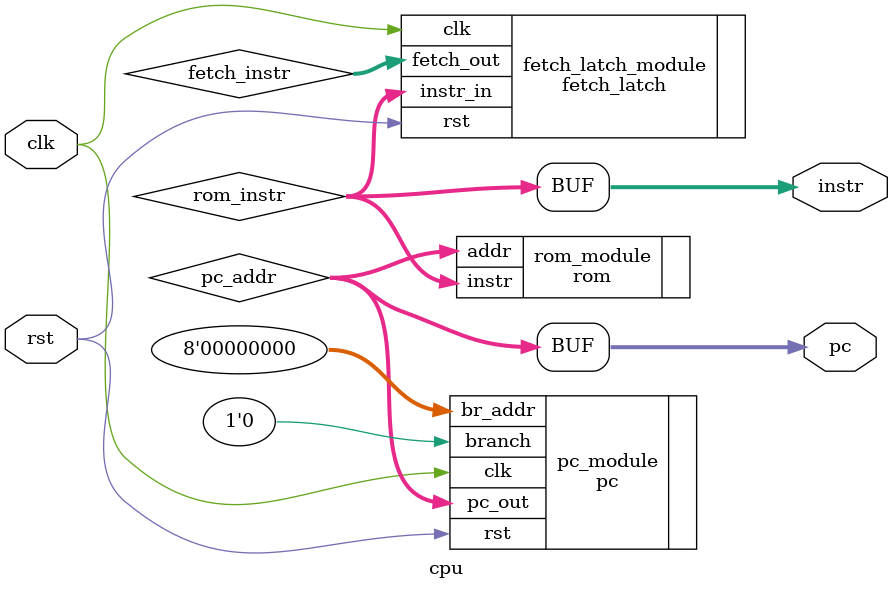
<source format=sv>
module cpu #(
    parameter PC_WIDTH = 8,
    parameter INSTR_WIDTH = 32
)(
    input                       clk,
    input                       rst,
    output [PC_WIDTH-1:0]       pc,
    output [INSTR_WIDTH-1:0]    instr
);

// FETCH STAGE 

wire [PC_WIDTH-1:0]     pc_addr;
wire [INSTR_WIDTH-1:0]  rom_instr;
wire [INSTR_WIDTH-1:0]  fetch_instr;

pc #(.WIDTH(PC_WIDTH))
pc_module (
    .clk(clk),
    .rst(rst),
    .branch(1'b0),
    .br_addr(8'h00),
    .pc_out(pc_addr)
);

rom #(
    .WIDTH(INSTR_WIDTH),
    .ADDR_WIDTH(PC_WIDTH)
)
rom_module (
    .addr(pc_addr),
    .instr(rom_instr)
);

fetch_latch #(.WIDTH(INSTR_WIDTH))
fetch_latch_module (
    .clk(clk),
    .rst(rst),
    .instr_in(rom_instr),
    .fetch_out(fetch_instr)
);

assign pc = pc_addr;
assign instr = rom_instr;

// DECODE STAGE

// EXECUTE STAGE

// MEMORY STAGE

// WRITE BACK STAGE

endmodule
</source>
